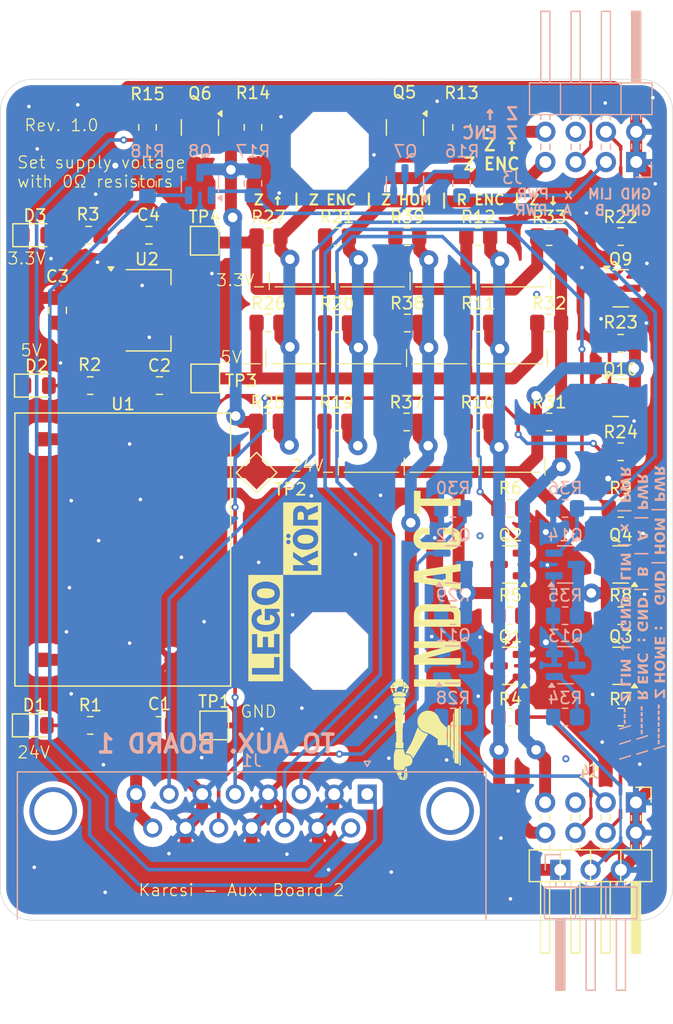
<source format=kicad_pcb>
(kicad_pcb (version 20240108) (generator "pcbnew") (generator_version "8.0")
  (title_block (title "Karcsi (INDACT Robot Arm) - Aux. Control Board 2") (date "2024-04-04") (rev "1.0") (company "LEGO Kör (legokor.hu)") (comment 1 "Designed by Panka Horváth, Gergely Halász, Máté Kovács") (comment 2 "Reviewed by Máté Kovács,"))
  (layers (0 "F.Cu" signal) (31 "B.Cu" signal) (34 "B.Paste" user) (35 "F.Paste" user) (36 "B.SilkS" user "B.Silkscreen") (37 "F.SilkS" user "F.Silkscreen") (38 "B.Mask" user) (39 "F.Mask" user) (44 "Edge.Cuts" user))
  (net 0 "")
  (net 1 "+24V")
  (net 2 "GND")
  (net 3 "+5V")
  (net 4 "+3V3")
  (net 5 "/LED24_A")
  (net 6 "/LED5_A")
  (net 7 "/LED33_A")
  (net 8 "/R_ENC_B")
  (net 9 "/Z_LIM_DN")
  (net 10 "/Z_ENC_B")
  (net 11 "/Z_LIM_UP")
  (net 12 "/Z_ENC_A")
  (net 13 "/R_ENC_A")
  (net 14 "/Z_HOME")
  (net 15 "/R_ENC_PWR")
  (net 16 "/R_ENC_A_IN")
  (net 17 "/R_ENC_B_IN")
  (net 18 "/Z_ENC_PWR")
  (net 19 "/Z_ENC_B_IN")
  (net 20 "/Z_ENC_A_IN")
  (net 21 "/Z_LIM_UP_IN")
  (net 22 "/Z_LIM_UP_PWR")
  (net 23 "/Z_LIM_DN_PWR")
  (net 24 "/Z_LIM_DN_IN")
  (net 25 "/Z_HOME_IN")
  (net 26 "/Z_HOME_PWR")
  (net 27 "/R_ENC_A_PG")
  (net 28 "/R_ENC_A_NG")
  (net 29 "/R_ENC_B_PG")
  (net 30 "/R_ENC_B_NG")
  (net 31 "/Z_ENC_A_NG")
  (net 32 "/Z_ENC_A_PG")
  (net 33 "/Z_ENC_B_NG")
  (net 34 "/Z_ENC_B_PG")
  (net 35 "/Z_LIM_UP_NG")
  (net 36 "/Z_LIM_UP_PG")
  (net 37 "/Z_LIM_DN_PG")
  (net 38 "/Z_LIM_DN_NG")
  (net 39 "/Z_HOME_PG")
  (net 40 "/Z_HOME_NG")
  (footprint "Package_TO_SOT_SMD:SOT-23" (layer "F.Cu") (at 152.1 86.6375)
    (property "Reference" "Q10")
    (property "Value" "BSS84KJ")
  )
  (footprint "LEGOkor:INDACTlogoSmall" (layer "F.Cu") (at 135.9 106.325 90)
    (property "Reference" "REF**" (hide yes))
    (property "Value" "INDACTlogo")
  )
  (footprint "Resistor_SMD:R_0805_2012Metric_Pad1.20x1.40mm_HandSolder" (layer "F.Cu") (at 146.1 80.35)
    (property "Reference" "R32")
    (property "Value" "0R")
  )
  (footprint "Connector_PinHeader_2.54mm:PinHeader_2x04_P2.54mm_Horizontal" (layer "F.Cu") (at 153.38 120.56 -90)
    (property "Reference" "J2")
    (property "Value" "Z_LIM_DN  |  R_ENC")
  )
  (footprint "Resistor_SMD:R_0805_2012Metric_Pad1.20x1.40mm_HandSolder" (layer "F.Cu") (at 142.837501 95.9)
    (property "Reference" "R6")
    (property "Value" "560R")
  )
  (footprint "Capacitor_SMD:C_0805_2012Metric_Pad1.18x1.45mm_HandSolder" (layer "F.Cu") (at 113.4 114.1)
    (property "Reference" "C1")
    (property "Value" "47u")
  )
  (footprint "Resistor_SMD:R_0805_2012Metric_Pad1.20x1.40mm_HandSolder" (layer "F.Cu") (at 107.6 114.1 180)
    (property "Reference" "R1")
    (property "Value" "2k2")
  )
  (footprint "Resistor_SMD:R_0805_2012Metric_Pad1.20x1.40mm_HandSolder" (layer "F.Cu") (at 142.837501 104.9)
    (property "Reference" "R5")
    (property "Value" "560R")
  )
  (footprint "Resistor_SMD:R_0805_2012Metric_Pad1.20x1.40mm_HandSolder" (layer "F.Cu") (at 138.75 63.95 90)
    (property "Reference" "R13")
    (property "Value" "4k7")
  )
  (footprint "Resistor_SMD:R_0805_2012Metric_Pad1.20x1.40mm_HandSolder" (layer "F.Cu") (at 107.6 85.6 180)
    (property "Reference" "R2")
    (property "Value" "330R")
  )
  (footprint "TestPoint:TestPoint_Pad_2.0x2.0mm" (layer "F.Cu") (at 118 114.1)
    (property "Reference" "TP1")
    (property "Value" "GND")
  )
  (footprint "Package_TO_SOT_SMD:SOT-23" (layer "F.Cu") (at 152.1 77.4375)
    (property "Reference" "Q9")
    (property "Value" "BSS138KJ")
  )
  (footprint "Resistor_SMD:R_0805_2012Metric_Pad1.20x1.40mm_HandSolder" (layer "F.Cu") (at 152.1 113.4)
    (property "Reference" "R7")
    (property "Value" "4k7")
  )
  (footprint "Package_TO_SOT_SMD:SOT-23" (layer "F.Cu") (at 142.837501 109.1 180)
    (property "Reference" "Q1")
    (property "Value" "BSS138KJ")
  )
  (footprint "Resistor_SMD:R_0805_2012Metric_Pad1.20x1.40mm_HandSolder" (layer "F.Cu") (at 146.1 88.65)
    (property "Reference" "R31")
    (property "Value" "0R")
  )
  (footprint "TestPoint:TestPoint_Pad_2.0x2.0mm" (layer "F.Cu") (at 117.25 85)
    (property "Reference" "TP3")
    (property "Value" "5V")
  )
  (footprint "LEGOkor:LEGOkorLogoSmall" (layer "F.Cu") (at 124.675 103.15 90)
    (property "Reference" "REF**" (hide yes))
    (property "Value" "LEGOkorLogo")
  )
  (footprint "Resistor_SMD:R_0805_2012Metric_Pad1.20x1.40mm_HandSolder" (layer "F.Cu") (at 134.2 73.10625)
    (property "Reference" "R39")
    (property "Value" "0R")
  )
  (footprint "Resistor_SMD:R_0805_2012Metric_Pad1.20x1.40mm_HandSolder" (layer "F.Cu") (at 122.5 88.65)
    (property "Reference" "R25")
    (property "Value" "0R")
  )
  (footprint "LED_SMD:LED_0805_2012Metric_Pad1.15x1.40mm_HandSolder" (layer "F.Cu") (at 103.1 85.6)
    (property "Reference" "D2")
    (property "Value" "LED_G")
  )
  (footprint "Package_TO_SOT_SMD:SOT-23" (layer "F.Cu") (at 134 63.95 -90)
    (property "Reference" "Q5")
    (property "Value" "BSS138KJ")
  )
  (footprint "TestPoint:TestPoint_Pad_2.0x2.0mm" (layer "F.Cu") (at 117.2 73.45)
    (property "Reference" "TP4")
    (property "Value" "3V3")
  )
  (footprint "Resistor_SMD:R_0805_2012Metric_Pad1.20x1.40mm_HandSolder" (layer "F.Cu") (at 128.25 88.65)
    (property "Reference" "R19")
    (property "Value" "0R")
  )
  (footprint "Package_TO_SOT_SMD:SOT-23" (layer "F.Cu") (at 152.1 109.1 180)
    (property "Reference" "Q3")
    (property "Value" "BSS138KJ")
  )
  (footprint "Resistor_SMD:R_0805_2012Metric_Pad1.20x1.40mm_HandSolder" (layer "F.Cu") (at 134.2 80.35)
    (property "Reference" "R38")
    (property "Value" "0R")
  )
  (footprint "Resistor_SMD:R_0805_2012Metric_Pad1.20x1.40mm_HandSolder" (layer "F.Cu") (at 142.837501 113.4)
    (property "Reference" "R4")
    (property "Value" "4k7")
  )
  (footprint "Resistor_SMD:R_0805_2012Metric_Pad1.20x1.40mm_HandSolder" (layer "F.Cu") (at 152.1 73.1 180)
    (property "Reference" "R22")
    (property "Value" "4k7")
  )
  (footprint "Capacitor_SMD:C_0805_2012Metric_Pad1.18x1.45mm_HandSolder" (layer "F.Cu") (at 104.8625 79.2875 90)
    (property "Reference" "C3")
    (property "Value" "47u")
  )
  (footprint "Resistor_SMD:R_0805_2012Metric_Pad1.20x1.40mm_HandSolder" (layer "F.Cu") (at 112.4 63.95 90)
    (property "Reference" "R15")
    (property "Value" "560R")
  )
  (footprint "Resistor_SMD:R_0805_2012Metric_Pad1.20x1.40mm_HandSolder" (layer "F.Cu") (at 152.1 95.9)
    (property "Reference" "R9")
    (property "Value" "560R")
  )
  (footprint "LED_SMD:LED_0805_2012Metric_Pad1.15x1.40mm_HandSolder" (layer "F.Cu") (at 102.9625 72.9875)
    (property "Reference" "D3")
    (property "Value" "LED_G")
  )
  (footprint "MountingHole:MountingHole_3mm" (layer "F.Cu") (at 127.65 107.85)
    (property "Reference" "REF**" (hide yes))
    (property "Value" "MountingHole_3mm")
  )
  (footprint "Capacitor_SMD:C_0805_2012Metric_Pad1.18x1.45mm_HandSolder" (layer "F.Cu") (at 112.525 72.9875 180)
    (property "Reference" "C4")
    (property "Value" "47u")
  )
  (footprint "power_modules:DSN-1504-3A" (layer "F.Cu") (at 110.325 99.35 90)
    (property "Reference" "U1")
    (property "Value" "DSN-1504-3A")
  )
  (footprint "Resistor_SMD:R_0805_2012Metric_Pad1.20x1.40mm_HandSolder" (layer "F.Cu") (at 152.1 91.15)
    (property "Reference" "R24")
    (property "Value" "560R")
  )
  (footprint "Resistor_SMD:R_0805_2012Metric_Pad1.20x1.40mm_HandSolder" (layer "F.Cu") (at 146.1 73.10625)
    (property "Reference" "R33")
    (property "Value" "0R")
  )
  (footprint "Package_TO_SOT_SMD:SOT-23" (layer "F.Cu") (at 116.8 63.95 -90)
    (property "Reference" "Q6")
    (property "Value" "BSS84KJ")
  )
  (footprint "Resistor_SMD:R_0805_2012Metric_Pad1.20x1.40mm_HandSolder" (layer "F.Cu") (at 122.55 80.35)
    (property "Reference" "R26")
    (property "Value" "0R")
  )
  (footprint "Package_TO_SOT_SMD:SOT-23" (layer "F.Cu") (at 152.1 100.6 180)
    (property "Reference" "Q4")
    (property "Value" "BSS84KJ")
  )
  (footprint "Resistor_SMD:R_0805_2012Metric_Pad1.20x1.40mm_HandSolder" (layer "F.Cu") (at 152.1 82.05 180)
    (property "Reference" "R23")
    (property "Value" "560R")
  )
  (footprint "Resistor_SMD:R_0805_2012Metric_Pad1.20x1.40mm_HandSolder" (layer "F.Cu") (at 140.1 88.65)
    (property "Reference" "R10")
    (property "Value" "0R")
  )
  (footprint "Resistor_SMD:R_0805_2012Metric_Pad1.20x1.40mm_HandSolder" (layer "F.Cu") (at 128.3 80.4)
    (property "Reference" "R20")
    (property "Value" "0R")
  )
  (footprint "Package_TO_SOT_SMD:SOT-223-3_TabPin2" (layer "F.Cu") (at 112.4625 79.2875)
    (property "Reference" "U2")
    (property "Value" "AMS1117-3.3")
  )
  (footprint "Capacitor_SMD:C_0805_2012Metric_Pad1.18x1.45mm_HandSolder" (layer "F.Cu") (at 113.4 85.6)
    (property "Reference" "C2")
    (property "Value" "47u")
  )
  (footprint "Resistor_SMD:R_0805_2012Metric_Pad1.20x1.40mm_HandSolder" (layer "F.Cu") (at 128.3 73.10625)
    (property "Reference" "R21")
    (property "Value" "0R")
  )
  (footprint "Resistor_SMD:R_0805_2012Metric_Pad1.20x1.40mm_HandSolder" (layer "F.Cu") (at 152.1 104.9)
    (property "Reference" "R8")
    (property "Value" "560R")
  )
  (footprint "Package_TO_SOT_SMD:SOT-23" (layer "F.Cu") (at 142.837501 100.6 180)
    (property "Reference" "Q2")
    (property "Value" "BSS84KJ")
  )
  (footprint "Resistor_SMD:R_0805_2012Metric_Pad1.20x1.40mm_HandSolder" (layer "F.Cu") (at 107.4625 72.9875 180)
    (property "Reference" "R3")
    (property "Value" "150R")
  )
  (footprint "Resistor_SMD:R_0805_2012Metric_Pad1.20x1.40mm_HandSolder" (layer "F.Cu") (at 121.25 63.95 90)
    (property "Reference" "R14")
    (property "Value" "560R")
  )
  (footprint "Resistor_SMD:R_0805_2012Metric_Pad1.20x1.40mm_HandSolder" (layer "F.Cu") (at 140.15 80.35)
    (property "Reference" "R11")
    (property "Value" "0R")
  )
  (footprint "TestPoint:TestPoint_Pad_2.0x2.0mm" (layer "F.Cu") (at 121.55 92.9 45)
    (property "Reference" "TP2")
    (property "Value" "24V")
  )
  (footprint "Resistor_SMD:R_0805_2012Metric_Pad1.20x1.40mm_HandSolder" (layer "F.Cu") (at 122.55 73.10625)
    (property "Reference" "R27")
    (property "Value" "0R")
  )
  (footprint "MountingHole:MountingHole_3mm" (layer "F.Cu") (at 127.7 65.95)
    (property "Reference" "REF**" (hide yes))
    (property "Value" "MountingHole_3mm")
  )
  (footprint "Resistor_SMD:R_0805_2012Metric_Pad1.20x1.40mm_HandSolder" (layer "F.Cu") (at 134.15 88.65)
    (property "Reference" "R37")
    (property "Value" "0R")
  )
  (footprint "Resistor_SMD:R_0805_2012Metric_Pad1.20x1.40mm_HandSolder" (layer "F.Cu") (at 140.15 73.10625)
    (property "Reference" "R12")
    (property "Value" "0R")
  )
  (footprint "LED_SMD:LED_0805_2012Metric_Pad1.15x1.40mm_HandSolder" (layer "F.Cu") (at 102.925 114.1)
    (property "Reference" "D1")
    (property "Value" "LED_G")
  )
  (footprint "Resistor_SMD:R_0805_2012Metric_Pad1.20x1.40mm_HandSolder" (layer "B.Cu") (at 147.437501 104.9 180)
    (property "Reference" "R35")
    (property "Value" "560R")
  )
  (footprint "Connector_PinHeader_2.54mm:PinHeader_1x03_P2.54mm_Horizontal" (layer "B.Cu") (at 147.04 126.21 -90)
    (property "Reference" "J4")
    (property "Value" "Z_HOME")
  )
  (footprint "Resistor_SMD:R_0805_2012Metric_Pad1.20x1.40mm_HandSolder" (layer "B.Cu") (at 138.037501 95.9 180)
    (property "Reference" "R30")
    (property "Value" "560R")
  )
  (footprint "Resistor_SMD:R_0805_2012Metric_Pad1.20x1.40mm_HandSolder" (layer "B.Cu") (at 138.75 68.65 -90)
    (property "Reference" "R16")
    (property "Value" "4k7")
  )
  (footprint "Resistor_SMD:R_0805_2012Metric_Pad1.20x1.40mm_HandSolder" (layer "B.Cu") (at 147.437501 95.9 180)
    (property "Reference" "R36")
    (property "Value" "560R")
  )
  (footprint "Package_TO_SOT_SMD:SOT-23" (layer "B.Cu") (at 116.8 68.7 90)
    (property "Reference" "Q8")
    (property "Value" "BSS84KJ")
  )
  (footprint "Resistor_SMD:R_0805_2012Metric_Pad1.20x1.40mm_HandSolder" (layer "B.Cu") (at 121.25 68.65 -90)
    (property "Reference" "R17")
    (property "Value" "560R")
  )
  (footprint "Connector_Dsub:DSUB-15_Male_Horizontal_P2.77x2.84mm_EdgePinOffset7.70mm_Housed_MountingHolesOffset9.12mm" (layer "B.Cu") (at 130.835 119.86 180)
    (property "Reference" "J1")
    (property "Value" "P10d")
  )
  (footprint "Resistor_SMD:R_0805_2012Metric_Pad1.20x1.40mm_HandSolder" (layer "B.Cu") (at 138.037501 113.4 180)
    (property "Reference" "R28")
    (property "Value" "4k7")
  )
  (footprint "Resistor_SMD:R_0805_2012Metric_Pad1.20x1.40mm_HandSolder" (layer "B.Cu") (at 138.037501 104.9 180)
    (property "Reference" "R29")
    (property "Value" "560R")
  )
  (footprint "Package_TO_SOT_SMD:SOT-23" (layer "B.Cu") (at 138.037501 100.6)
    (property "Reference" "Q12")
    (property "Value" "BSS84KJ")
  )
  (footprint "Resistor_SMD:R_0805_2012Metric_Pad1.20x1.40mm_HandSolder" (layer "B.Cu") (at 147.437501 113.4 180)
    (property "Reference" "R34")
    (property "Value" "4k7")
  )
  (footprint "Package_TO_SOT_SMD:SOT-23" (layer "B.Cu") (at 138.037501 109)
    (property "Reference" "Q11")
    (property "Value" "BSS138KJ")
  )
  (footprint "Resistor_SMD:R_0805_2012Metric_Pad1.20x1.40mm_HandSolder" (layer "B.Cu") (at 112.4 68.7 90)
    (property "Reference" "R18")
    (property "Value" "560R")
  )
  (footprint "Package_TO_SOT_SMD:SOT-23" (layer "B.Cu") (at 147.437501 100.6)
    (property "Reference" "Q14")
    (property "Value" "BSS84KJ")
  )
  (footprint "Package_TO_SOT_SMD:SOT-23" (layer "B.Cu") (at 134 68.7 90)
    (property "Reference" "Q7")
    (property "Value" "BSS138KJ")
  )
  (footprint "Connector_PinHeader_2.54mm:PinHeader_2x04_P2.54mm_Horizontal" (layer "B.Cu") (at 153.4 66.85 90)
    (property "Reference" "J3")
    (property "Value" "Z_ENC  |  Z_LIM_UP")
  )
  (footprint "Package_TO_SOT_SMD:SOT-23" (layer "B.Cu") (at 147.475001 109.05)
    (property "Reference" "Q13")
    (property "Value" "BSS138KJ")
  )
  (gr_arc (start 156.47259 127.72259) (mid 155.675162 129.647752) (end 153.75 130.44518) (stroke (width 0.05)) (layer "Edge.Cuts"))
  (gr_line (start 156.47259 127.72259) (end 156.47259 62.62259) (stroke (width 0.05)) (layer "Edge.Cuts"))
  (gr_line (start 100.05 62.625) (end 100.05 127.725) (stroke (width 0.05)) (layer "Edge.Cuts"))
  (gr_line (start 102.77259 130.44518) (end 153.75 130.44518) (stroke (width 0.05)) (layer "Edge.Cuts"))
  (gr_arc (start 100.05 62.62259) (mid 100.847428 60.697428) (end 102.77259 59.9) (stroke (width 0.05)) (layer "Edge.Cuts"))
  (gr_arc (start 153.75 59.9) (mid 155.675162 60.697428) (end 156.47259 62.62259) (stroke (width 0.05)) (layer "Edge.Cuts"))
  (gr_line (start 153.75 59.9) (end 102.775 59.9) (stroke (width 0.05)) (layer "Edge.Cuts"))
  (gr_arc (start 102.77259 130.44518) (mid 100.847428 129.647752) (end 100.05 127.72259) (stroke (width 0.05)) (layer "Edge.Cuts"))
  (gr_text "Z ↑\nZ ENC" (at 143.6 65 0) (layer "B.SilkS") (effects (font (size 1 1) (thickness 0.2) (bold yes)) (justify left bottom mirror)))
  (gr_text "  /------- Z HOME :    GND | HOM | PWR\n /  /----- R ENC  : GND |  B  |  A  | PWR\n/  /  /--- Z LIM ↓: GND | LIM |  x  | PWR" (at 151.95 117 270) (layer "B.SilkS") (effects (font (size 0.85 0.85) (thickness 0.17) (bold yes)) (justify left bottom mirror)))
  (gr_text "TO AUX. BOARD 1" (at 128.3 116.525 0) (layer "B.SilkS") (effects (font (size 1.5 1.5) (thickness 0.3) (bold yes)) (justify left bottom mirror)))
  (gr_text "GND LIM  x  PWR\nGND  B   A  PWR" (at 154.775 71.4 0) (layer "B.SilkS") (effects (font (size 0.85 0.85) (thickness 0.17) (bold yes)) (justify left bottom mirror)))
  (gr_text "Z ↑\nZ ENC" (at 143.725 67.6 0) (layer "F.SilkS") (effects (font (size 1 1) (thickness 0.2) (bold yes)) (justify right bottom)))
  (gr_text "Rev. 1.0" (at 102 64.35 0) (layer "F.SilkS") (effects (font (size 1 1) (thickness 0.1)) (justify left bottom)))
  (gr_text "3.3V_|______|_______|______|_______|" (at 118.075 77.35 0) (layer "F.SilkS") (effects (font (size 1 1) (thickness 0.1)) (justify left bottom)))
  (gr_text "24V_|______|_______|______|" (at 124.35 92.9 0) (layer "F.SilkS") (effects (font (size 1 1) (thickness 0.1)) (justify left bottom)))
  (gr_text "Set supply voltage\nwith 0Ω resistors" (at 101.4 69.075 0) (layer "F.SilkS") (effects (font (size 1 1) (thickness 0.1)) (justify left bottom)))
  (gr_text "Z ↑ | Z ENC | Z HOM | R ENC | Z ↓" (at 121.225 70.525 0) (layer "F.SilkS") (effects (font (size 0.85 0.85) (thickness 0.17) (bold yes)) (justify left bottom)))
  (gr_text "Karcsi - Aux. Board 2" (at 111.575 128.5 0) (layer "F.SilkS") (effects (font (size 1 1) (thickness 0.1)) (justify left bottom)))
  (gr_text "24V" (at 101.4 116.95 0) (layer "F.SilkS") (effects (font (size 1 1) (thickness 0.1)) (justify left bottom)))
  (gr_text "5V" (at 101.675 83.225 0) (layer "F.SilkS") (effects (font (size 1 1) (thickness 0.1)) (justify left bottom)))
  (gr_text "GND" (at 120.125 113.525 0) (layer "F.SilkS") (effects (font (size 1 1) (thickness 0.1)) (justify left bottom)))
  (gr_text "3.3V" (at 100.575 75.525 0) (layer "F.SilkS") (effects (font (size 1 1) (thickness 0.1)) (justify left bottom)))
  (gr_text "5V__|______|_______|______|_______|" (at 118.45 83.8 0) (layer "F.SilkS") (effects (font (size 1 1) (thickness 0.1)) (justify left bottom)))
  (via (at 147.5 116.9) (size 0.6) (drill 0.3) (layers "F.Cu" "B.Cu") (net 0))
  (via (at 145.05 77.95) (size 0.6) (drill 0.3) (layers "F.Cu" "B.Cu") (net 0))
  (segment (start 143.786459 92.85) (end 145.1 91.536459) (width 1) (layer "F.Cu") (net 1))
  (segment (start 112.3625 114.1) (end 112.3625 112.46) (width 1) (layer "F.Cu") (net 1))
  (segment (start 145 86.45) (end 145 88.55) (width 1) (layer "F.Cu") (net 1))
  (segment (start 106.24 108.6) (end 103.7 108.6) (width 1) (layer "F.Cu") (net 1))
  (segment (start 111.445 119.86) (end 111.4 119.815) (width 1) (layer "F.Cu") (net 1))
  (segment (start 111.445 115.0175) (end 112.3625 114.1) (width 1) (layer "F.Cu") (net 1))
  (segment (start 112.83 122.7) (end 111.445 121.315) (width 1) (layer "F.Cu") (net 1))
  (segment (start 153.3 84.15) (end 153.25 84.15) (width 1) (layer "F.Cu") (net 1))
  (segment (start 133.15 92.85) (end 139.1 92.85) (width 1) (layer "F.Cu") (net 1))
  (segment (start 121.012499 65.187501) (end 121.25 64.95) (width 1) (layer "F.Cu") (net 1))
  (segment (start 141.737501 103) (end 141.737501 104.8) (width 1) (layer "F.Cu") (net 1))
  (segment (start 119.4 65.337501) (end 119.55 65.187501) (width 1) (layer "F.Cu") (net 1))
  (segment (start 121.5 88.6) (end 121.5 92.85) (width 1) (layer "F.Cu") (net 1))
  (segment (start 119.55 71.5) (end 119.4 71.35) (width 1) (layer "F.Cu") (net 1))
  (segment (start 138.5 93.45) (end 138.5 102.362499) (width 1) (layer "F.Cu") (net 1))
  (segment (start 153.3 86.375) (end 153.3 84.15) (width 1) (layer "F.Cu") (net 1))
  (segment (start 111.445 119.86) (end 111.445 115.0175) (width 1) (layer "F.Cu") (net 1))
  (segment (start 149.637501 103) (end 150.937501 103) (width 1) (layer "F.Cu") (net 1))
  (segment (start 150.937501 104.8) (end 150.937501 103) (width 1) (layer "F.Cu") (net 1))
  (segment (start 139.1 92.85) (end 142.763599 92.85) (width 1) (layer "F.Cu") (net 1))
  (segment (start 153.3 84.15) (end 153.3 82.25) (width 1) (layer "F.Cu") (net 1))
  (segment (start 151.037501 104.9) (end 150.937501 104.8) (width 1) (layer "F.Cu") (net 1))
  (segment (start 139.1 88.65) (end 139.1 92.85) (width 1) (layer "F.Cu") (net 1))
  (segment (start 141.737501 104.8) (end 141.837501 104.9) (width 1) (layer "F.Cu") (net 1))
  (segment (start 143.786459 92.85) (end 150.937501 100.001042) (width 1) (layer "F.Cu") (net 1))
  (segment (start 139.137501 103) (end 141.737501 103) (width 1) (layer "F.Cu") (net 1))
  (segment (start 121.5 88.65) (end 120.3 88.65) (width 1) (layer "F.Cu") (net 1))
  (segment (start 119.55 65.187501) (end 121.012499 65.187501) (width 1) (layer "F.Cu") (net 1))
  (segment (start 108.5025 102.6975) (end 118.35 92.85) (width 1) (layer "F.Cu") (net 1))
  (segment (start 118.35 92.85) (end 121.5 92.85) (width 1) (layer "F.Cu") (net 1))
  (segment (start 110.5275 114.1) (end 108.6 114.1) (width 1) (layer "F.Cu") (net 1))
  (segment (start 145 88.55) (end 145.1 88.65) (width 1) (layer "F.Cu") (net 1))
  (segment (start 133.15 88.65) (end 133.15 92.85) (width 1) (layer "F.Cu") (net 1))
  (segment (start 127.25 92.85) (end 133.15 92.85) (width 1) (layer "F.Cu") (net 1))
  (segment (start 108.5025 108.6) (end 106.24 108.6) (width 1) (layer "F.Cu") (net 1))
  (segment (start 141.737501 100.762499) (end 141.737501 103) (width 1) (layer "F.Cu") (net 1))
  (segment (start 121.5 92.85) (end 127.25 92.85) (width 1) (layer "F.Cu") (net 1))
  (segment (start 120.3 88.65) (end 119.8 88.15) (width 1) (layer "F.Cu") (net 1))
  (segment (start 117.1 65.187501) (end 119.55 65.187501) (width 1) (layer "F.Cu") (net 1))
  (segment (start 111.445 115.0175) (end 110.5275 114.1) (width 1) (layer "F.Cu") (net 1))
  (segment (start 139.1 92.85) (end 138.5 93.45) (width 1) (layer "F.Cu") (net 1))
  (segment (start 108.5025 108.6) (end 108.5025 102.6975) (width 1) (layer "F.Cu") (net 1))
  (segment (start 119.4 71.35) (end 119.4 65.337501) (width 1) (layer "F.Cu") (net 1))
  (segment (start 138.5 102.362499) (end 139.137501 103) (width 1) (layer "F.Cu") (net 1))
  (segment (start 111.445 121.315) (end 111.445 119.86) (width 1) (layer "F.Cu") (net 1))
  (segment (start 142.763599 92.85) (end 143.786459 92.85) (width 1) (layer "F.Cu") (net 1))
  (segment (start 145.1 91.536459) (end 145.1 88.65) (width 1) (layer "F.Cu") (net 1))
  (segment (start 112.3625 112.46) (end 108.5025 108.6) (width 1) (layer "F.Cu") (net 1))
  (segment (start 150.937501 100.001042) (end 150.937501 103) (width 1) (layer "F.Cu") (net 1))
  (segment (start 153.3 82.25) (end 153.1 82.05) (width 1) (layer "F.Cu") (net 1))
  (segment (start 127.25 88.65) (end 127.25 92.85) (width 1) (layer "F.Cu") (net 1))
  (via (at 145 86.45) (size 1.6) (drill 0.8) (layers "F.Cu" "B.Cu") (net 1))
  (via (at 119.55 71.5) (size 1.6) (drill 0.8) (layers "F.Cu" "B.Cu") (net 1))
  (via (at 139.137501 103) (size 1.6) (drill 0.8) (layers "F.Cu" "B.Cu") (net 1))
  (via (at 119.4 67.5) (size 1.6) (drill 0.8) (layers "F.Cu" "B.Cu") (net 1))
  (via (at 149.637501 103) (size 1.6) (drill 0.8) (layers "F.Cu" "B.Cu") (net 1))
  (via (at 153.25 84.15) (size 1.6) (drill 0.8) (layers "F.Cu" "B.Cu") (net 1))
  (via (at 119.8 88.15) (size 1.6) (drill 0.8) (layers "F.Cu" "B.Cu") (net 1))
  (segment (start 119.8 81.25) (end 119.8 71.75) (width 1) (layer "B.Cu") (net 1))
  (segment (start 117.099999 67.4625) (end 121.0625 67.4625) (width 1) (layer "B.Cu") (net 1))
  (segment (start 148.437501 104.9) (end 148.537501 104.8) (width 1) (layer "B.Cu") (net 1))
  (segment (start 139.137501 103) (end 139.137501 101) (width 1) (layer "B.Cu") (net 1))
  (segment (start 148.537501 103) (end 148.537501 100.762499) (width 1) (layer "B.Cu") (net 1))
  (segment (start 148.537501 104.8) (end 148.537501 103) (width 1) (layer "B.Cu") (net 1))
  (segment (start 148.537501 103) (end 149.637501 103) (width 1) (layer "B.Cu") (net 1))
  (segment (start 147.3 84.15) (end 145 86.45) (width 1) (layer "B.Cu") (net 1))
  (segment (start 119.8 88.15) (end 119.8 81.25) (width 1) (layer "B.Cu") (net 1))
  (segment (start 139.137501 104.8) (end 139.137501 103) (width 1) (layer "B.Cu") (net 1))
  (segment (start 153.25 84.15) (end 147.3 84.15) (width 1) (layer "B.Cu") (net 1))
  (segment (start 139.137501 100.762499) (end 138.975002 100.6) (width 0.5) (layer "B.Cu") (net 1))
  (segment (start 139.137501 101) (end 139.137501 100.762499) (width 0.5) (layer "B.Cu") (net 1))
  (segment (start 121.0625 67.4625) (end 121.25 67.65) (width 1) (layer "B.Cu") (net 1))
  (segment (start 119.8 71.75) (end 119.55 71.5) (width 1) (layer "B.Cu") (net 1))
  (segment (start 139.037501 104.9) (end 139.137501 104.8) (width 1) (layer "B.Cu") (net 1))
  (segment (start 126.68 122.7) (end 128 121.38) (width 1) (layer "F.Cu") (net 2))
  (segment (start 152.19 126.21) (end 153.38 125.02) (width 1) (layer "F.Cu") (net 2))
  (segment (start 114.4375 85.6) (end 114.4375 90.0725) (width 1) (layer "F.Cu") (net 2))
  (segment (start 101.9625 78.2875) (end 101.9625 73.0125) (width 0.5) (layer "F.Cu") (net 2))
  (segment (start 113.75 125.3) (end 111.2 125.3) (width 1) (layer "F.Cu") (net 2))
  (segment (start 101.9 116) (end 101.9 114.1) (width 1) (layer "F.Cu") (net 2))
  (segment (start 153.1 91.15) (end 155.35 91.15) (width 0.5) (layer "F.Cu") (net 2))
  (segment (start 101.2 92.8) (end 101.2 86.475) (width 1) (layer "F.Cu") (net 2))
  (segment (start 153.4 66.85) (end 153.4 64.31) (width 1) (layer "F.Cu") (net 2))
  (segment (start 151.1625 78.3875) (end 151.6875 78.3875) (width 0.5) (layer "F.Cu") (net 2))
  (segment (start 155.35 93.4) (end 155.35 91.15) (width 1) (layer "F.Cu") (net 2))
  (segment (start 126.68 125.28) (end 126.7 125.3) (width 1) (layer "F.Cu") (net 2))
  (segment (start 110.75 60.55) (end 119.6 60.55) (width 1) (layer "F.Cu") (net 2))
  (segment (start 121.2 125.3) (end 123.7 125.3) (width 1) (layer "F.Cu") (net 2))
  (segment (start 102.075 85.45) (end 102 85.375) (width 0.5) (layer "F.Cu") (net 2))
  (segment (start 130.5 60.55) (end 132.1 60.55) (width 1) (layer "F.Cu") (net 2))
  (segment (start 116.985 119.86) (end 116.985 121.315) (width 1) (layer "F.Cu") (net 2))
  (segment (start 101.2 113.4) (end 101.2 92.8) (width 1) (layer "F.Cu") (net 2))
  (segment (start 153.38 120.56) (end 153.44 120.56) (width 1) (layer "F.Cu") (net 2))
  (segment (start 116.985 121.315) (end 115.6 122.7) (width 1) (layer "F.Cu") (net 2))
  (segment (start 155.35 79.4) (end 155.35 68.8) (width 1) (layer "F.Cu") (net 2))
  (segment (start 114.65 125.3) (end 114.2 124.85) (width 1) (layer "F.Cu") (net 2))
  (segment (start 104.8625 78.25) (end 106.125 76.9875) (width 1) (layer "F.Cu") (net 2))
  (segment (start 102.075 85.6) (end 101.9375 85.4625) (width 1) (layer "F.Cu") (net 2))
  (segment (start 114.4375 90.0725) (end 114.41 90.1) (width 1) (layer "F.Cu") (net 2))
  (segment (start 101.9 114.1) (end 101.2 113.4) (width 1) (layer "F.Cu") (net 2))
  (segment (start 155.35 91.15) (end 155.35 79.4) (width 1) (layer "F.Cu") (net 2))
  (segment (start 115.6 125.2) (end 115.7 125.3) (width 1) (layer "F.Cu") (net 2))
  (segment (start 106.125 76.9875) (end 109.3125 76.9875) (width 1) (layer "F.Cu") (net 2))
  (segment (start 114.2 124.85) (end 113.75 125.3) (width 1) (layer "F.Cu") (net 2))
  (segment (start 126.68 122.7) (end 126.68 125.28) (width 1) (layer "F.Cu") (net 2))
  (segment (start 155.35 95.8) (end 155.35 93.4) (width 1) (layer "F.Cu") (net 2))
  (segment (start 153.4 62.45) (end 153.4 64.31) (width 1) (layer "F.Cu") (net 2))
  (segment (start 108.4 119.4) (end 106.2 117.2) (width 1) (layer "F.Cu") (net 2))
  (segment (start 106.2 117.2) (end 103.1 117.2) (width 1) (layer "F.Cu") (net 2))
  (segment (start 106.925 64.375) (end 110.75 60.55) (width 1) (layer "F.Cu") (net 2))
  (segment (start 153.44 120.56) (end 155.35 118.65) (width 1) (layer "F.Cu") (net 2))
  (segment (start 146.25 98.312499) (end 143.837501 95.9) (width 0.5) (layer "F.Cu") (net 2))
  (segment (start 122.525 119.86) (end 122.525 121.315) (width 1) (layer "F.Cu") (net 2))
  (segment (start 101.9375 85.4625) (end 101.9375 72.9875) (width 1) (layer "F.Cu") (net 2))
  (segment (start 114.41 108.6) (end 116.95 108.6) (width 1) (layer "F.Cu") (net 2))
  (segment (start 102.5 78.25) (end 102.4625 78.2875) (width 1) (layer "F.Cu") (net 2))
  (segment (start 114.4375 114.1) (end 114.4375 111.235) (width 1) (layer "F.Cu") (net 2))
  (segment (start 153.38 123.1) (end 153.38 120.56) (width 1) (layer "F.Cu") (net 2))
  (segment (start 151.05 93.4) (end 155.35 93.4) (width 0.5) (layer "F.Cu") (net 2))
  (segment (start 104.8625 78.25) (end 102.5 78.25) (width 1) (layer "F.Cu") (net 2))
  (segment (start 112.4 62.95) (end 112.4 60.65) (width 0.5) (layer "F.Cu") (net 2))
  (segment (start 146.25 100.35) (end 146.25 98.312499) (width 0.5) (layer "F.Cu") (net 2))
  (segment (start 126.7 125.3) (end 127.6 126.2) (width 1) (layer "F.Cu") (net 2))
  (segment (start 114.4375 114.1) (end 114.4375 117.3125) (width 1) (layer "F.Cu") (net 2))
  (segment (start 115.7 125.3) (end 114.65 125.3) (width 1) (layer "F.Cu") (net 2))
  (segment (start 153.1 95.9) (end 153.2 95.8) (width 0.5) (layer "F.Cu") (net 2))
  (segment (start 102.4625 78.2875) (end 101.9625 78.2875) (width 0.5) (layer "F.Cu") (net 2))
  (segment (start 114.41 90.1) (end 116.95 90.1) (width 1) (layer "F.Cu") (net 2))
  (segment (start 108.4 122.5) (end 108.4 119.4) (width 1) (layer "F.Cu") (net 2))
  (segment (start 114.4375 114.1) (end 118 114.1) (width 1) (layer "F.Cu") (net 2))
  (segment (start 144.8 108.15) (end 143.775001 108.15) (width 0.5) (layer "F.Cu") (net 2))
  (segment (start 132.1 60.55) (end 151.5 60.55) (width 1) (layer "F.Cu") (net 2))
  (segment (start 143.1 128.9) (end 149.429999 128.9) (width 1) (layer "F.Cu") (net 2))
  (segment (start 111.2 125.3) (end 108.4 122.5) (width 1) (layer "F.Cu") (net 2))
  (segment (start 111.4875 74.8125) (end 111.4875 72.9875) (width 1) (layer "F.Cu") (net 2))
  (segment (start 111.71 92.8) (end 101.2 92.8) (width 1) (layer "F.Cu") (net 2))
  (segment (start 130.3 128.9) (end 142.6 128.9) (width 1) (layer "F.Cu") (net 2))
  (segment (start 128 119.925) (end 128.065 119.86) (width 1) (layer "F.Cu") (net 2))
  (segment (start 119.6 60.55) (end 130.5 60.55) (width 1) (layer "F.Cu") (net 2))
  (segment (start 155.35 68.8) (end 153.4 66.85) (width 1) (layer "F.Cu") (net 2))
  (segment (start 146.25 106.7) (end 146.25 100.95) (width 0.5) (layer "F.Cu") (net 2))
  (segment (start 124.1 124.9) (end 124.5 125.3) (width 1) (layer "F.Cu") (net 2))
  (segment (start 155.35 108.15) (end 155.35 95.8) (width 1) (layer "F.Cu") (net 2))
  (segment (start 127.6 126.2) (end 130.3 128.9) (width 1) (layer "F.Cu") (net 2))
  (segment (start 123.7 125.3) (end 124.1 124.9) (width 1) (layer "F.Cu") (net 2))
  (segment (start 101.9375 72.9875) (end 101.9375 69.3625) (width 1) (layer "F.Cu") (net 2))
  (segment (start 115.6 122.7) (end 115.6 125.2) (width 1) (layer "F.Cu") (net 2))
  (segment (start 101.9375 69.3625) (end 106.925 64.375) (width 1) (layer "F.Cu") (net 2))
  (segment (start 152.7 79.4) (end 155.35 79.4) (width 0.5) (layer "F.Cu") (net 2))
  (segment (start 153.38 125.02) (end 153.38 123.1) (width 1) (layer "F.Cu") (net 2))
  (segment (start 124.5 125.3) (end 126.7 125.3) (width 1) (layer "F.Cu") (net 2))
  (segment (start 153.2 95.8) (end 155.35 95.8) (width 0.5) (layer "F.Cu") (net 2))
  (segment (start 121.14 125.24) (end 121.2 125.3) (width 1) (layer "F.Cu") (net 2))
  (segment (start 122.525 121.315) (end 121.14 122.7) (width 1) (layer "F.Cu") (net 2))
  (segment (start 114.41 90.1) (end 111.71 92.8) (width 1) (layer "F.Cu") (net 2))
  (segment (start 145.95 100.65) (end 146.25 100.35) (width 0.5) (layer "F.Cu") (net 2))
  (segment (start 146.25 100.95) (end 145.95 100.65) (width 0.5) (layer "F.Cu") (net 2))
  (segment (start 145.825 107.125) (end 144.8 108.15) (width 0.5) (layer "F.Cu") (net 2))
  (segment (start 128 121.38) (end 128 119.925) (width 1) (layer "F.Cu") (net 2))
  (segment (start 114.41 111.2075) (end 114.41 108.6) (width 1) (layer "F.Cu") (net 2))
  (segment (start 109.3125 76.9875) (end 111.4875 74.8125) (width 1) (layer "F.Cu") (net 2))
  (segment (start 103.1 117.2) (end 101.9 116) (width 1) (layer "F.Cu") (net 2))
  (segment (start 114.4375 117.3125) (end 116.985 119.86) (width 1) (layer "F.Cu") (net 2))
  (segment (start 145.825 107.125) (end 146.25 106.7) (width 0.5) (layer "F.Cu") (net 2))
  (segment (start 153.0375 108.15) (end 155.35 108.15) (width 0.5) (layer "F.Cu") (net 2))
  (segment (start 121.2 125.3) (end 115.7 125.3) (width 1) (layer "F.Cu") (net 2))
  (segment (start 121.14 122.7) (end 121.14 125.24) (width 1) (layer "F.Cu") (net 2))
  (segment (start 114.4375 111.235) (end 114.41 111.2075) (width 1) (layer "F.Cu") (net 2))
  (segment (start 142.85 128.65) (end 143.1 128.9) (width 1) (layer "F.Cu") (net 2))
  (segment (start 101.9625 73.0125) (end 101.9375 72.9875) (width 0.5) (layer "F.Cu") (net 2))
  (segment (start 151.5 60.55) (end 153.4 62.45) (width 1) (layer "F.Cu") (net 2))
  (segment (start 149.429999 128.9) (end 152.119999 126.21) (width 1) (layer "F.Cu") (net 2))
  (segment (start 155.35 118.65) (end 155.35 108.15) (width 1) (layer "F.Cu") (net 2))
  (segment (start 109.7 67.15) (end 106.925 64.375) (width 0.5) (layer "F.Cu") (net 2))
  (segment (start 142.6 128.9) (end 142.85 128.65) (width 1) (layer "F.Cu") (net 2))
  (segment (start 152.119999 126.21) (end 152.19 126.21) (width 0.5) (layer "F.Cu") (net 2))
  (segment (start 151.6875 78.3875) (end 152.7 79.4) (width 0.5) (layer "F.Cu") (net 2))
  (segment (start 102.075 85.6) (end 102.075 85.45) (width 0.5) (layer "F.Cu") (net 2))
  (segment (start 101.2 86.475) (end 102.075 85.6) (width 1) (layer "F.Cu") (net 2))
  (via (at 104.3 74.95) (size 0.6) (drill 0.3) (layers "F.Cu" "B.Cu") (net 2))
  (via (at 105.6 106.25) (size 0.6) (drill 0.3) (layers "F.Cu" "B.Cu") (net 2))
  (via (at 131.55 113.4) (size 0.6) (drill 0.3) (layers "F.Cu" "B.Cu") (net 2))
  (via (at 149.225 71.125) (size 0.6) (drill 0.3) (layers "F.Cu" "B.Cu") (net 2))
  (via (at 145.95 100.65) (size 0.6) (drill 0.3) (layers "F.Cu" "B.Cu") (net 2))
  (via (at 149.75 111.5) (size 0.6) (drill 0.3) (layers "F.Cu" "B.Cu") (net 2))
  (via (at 143.5 119.6) (size 0.6) (drill 0.3) (layers "F.Cu" "B.Cu") (net 2))
  (via (at 150.45 80) (size 0.6) (drill 0.3) (layers "F.Cu" "B.Cu") (net 2))
  (via (at 148.85 75.7) (size 0.6) (drill 0.3) (layers "F.Cu" "B.Cu") (net 2))
  (via (at 140.3 98.2) (size 0.6) (drill 0.3) (layers "F.Cu" "B.Cu") (net 2))
  (via (at 105.1 83.7) (size 0.6) (drill 0.3) (layers "F.Cu" "B.Cu") (net 2))
  (via (at 153.975 98) (size 0.6) (drill 0.3) (layers "F.Cu" "B.Cu") (net 2))
  (via (at 140.95 64.15) (size 0.6) (drill 0.3) (layers "F.Cu" "B.Cu") (net 2))
  (via (at 132.85 126.4) (size 0.6) (drill 0.3) (layers "F.Cu" "B.Cu") (net 2))
  (via (at 109.7 67.15) (size 1) (drill 0.5) (layers "F.Cu" "B.Cu") (net 2))
  (via (at 140.3 106.7) (size 0.6) (drill 0.3) (layers "F.Cu" "B.Cu") (net 2))
  (via (at 108.85 128.1) (size 0.6) (drill 0.3) (layers "F.Cu" "B.Cu") (net 2))
  (via (at 153.7 117.35) (size 0.6) (drill 0.3) (layers "F.Cu" "B.Cu") (net 2))
  (via (at 106 111.45) (size 0.6) (drill 0.3) (layers "F.Cu" "B.Cu") (net 2))
  (via (at 112.55 81.55) (size 0.6) (drill 0.3) (layers "F.Cu" "B.Cu") (net 2))
  (via (at 140.15 111.65) (size 0.6) (drill 0.3) (layers "F.Cu" "B.Cu") (net 2))
  (via (at 117.8 76.2) (size 0.6) (drill 0.3) (layers "F.Cu" "B.Cu") (net 2))
  (via (at 115.25 100) (size 0.6) (drill 0.3) (layers "F.Cu" "B.Cu") (net 2))
  (via (at 110.9 90.5) (size 0.6) (drill 0.3) (layers "F.Cu" "B.Cu") (net 2))
  (via (at 124.1 124.9) (size 0.6) (drill 0.3) (layers "F.Cu" "B.Cu") (net 2))
  (via (at 111.8 95.15) (size 0.6) (drill 0.3) (layers "F.Cu" "B.Cu") (net 2))
  (via (at 123.6 63.05) (size 0.6) (drill 0.3) (layers "F.Cu" "B.Cu") (net 2))
  (via (at 108.2 75.25) (size 0.6) (drill 0.3) (layers "F.Cu" "B.Cu") (net 2))
  (via (at 129.85 99.75) (size 0.6) (drill 0.3) (layers "F.Cu" "B.Cu") (net 2))
  (via (at 136.5 98.375) (size 0.6) (drill 0.3) (layers "F.Cu" "B.Cu") (net 2))
  (via (at 151.05 93.4) (size 1) (drill 0.5) (layers "F.Cu" "B.Cu") (net 2))
  (via (at 131.4 66.25) (size 0.6) (drill 0.3) (layers "F.Cu" "B.Cu") (net 2))
  (via (at 116.95 116.8) (size 0.6) (drill 0.3) (layers "F.Cu" "B.Cu") (net 2))
  (via (at 114.2 124.85) (size 0.6) (drill 0.3) (layers "F.Cu" "B.Cu") (net 2))
  (via (at 150.55 115.5) (size 0.6) (drill 0.3) (layers "F.Cu" "B.Cu") (net 2))
  (via (at 142.85 128.65) (size 0.6) (drill 0.3) (layers "F.Cu" "B.Cu") (net 2))
  (via (at 108.7 117.4) (size 0.6) (drill 0.3) (layers "F.Cu" "B.Cu") (net 2))
  (via (at 145.825 107.125) (size 1) (drill 0.5) (layers "F.Cu" "B.Cu") (net 2))
  (via (at 150.8 61.9) (size 0.6) (drill 0.3) (layers "F.Cu" "B.Cu") (net 2))
  (via (at 154.8 61.45) (size 0.6) (drill 0.3) (layers "F.Cu" "B.Cu") (net 2))
  (via (at 155 68.675) (size 0.6) (drill 0.3) (layers "F.Cu" "B.Cu") (net 2))
  (via (at 136.25 106.65) (size 0.6) (drill 0.3) (layers "F.Cu" "B.Cu") (net 2))
  (via (at 132.65 116.85) (size 0.6) (drill 0.3) (layers "F.Cu" "B.Cu") (net 2))
  (via (at 142.05 123.55) (size 0.6) (drill 0.3) (layers "F.Cu" "B.Cu") (net 2))
  (via (at 153.225 88.575) (size 0.6) (drill 0.3) (layers "F.Cu" "B.Cu") (net 2))
  (via (at 154.1 103.1) (size 0.6) (drill 0.3) (layers "F.Cu" "B.Cu") (net 2))
  (via (at 106.55 62.05) (size 0.6) (drill 0.3) (layers "F.Cu" "B.Cu") (net 2))
  (via (at 136.7 61.75) (size 0.6) (drill 0.3) (layers "F.Cu" "B.Cu") (net 2))
  (via (at 121.725 100.425) (size 0.6) (drill 0.3) (layers "F.Cu" "B.Cu") (net 2))
  (via (at 102.9 126) (size 0.6) (drill 0.3) (layers "F.Cu" "B.Cu") (net 2))
  (via (at 126.15 94.85) (size 0.6) (drill 0.3) (layers "F.Cu" "B.Cu") (net 2))
  (via (at 131.95 94.8) (size 0.6) (drill 0.3) (layers "F.Cu" "B.Cu") (net 2))
  (via (at 108.3 98.6) (size 0.6) (drill 0.3) (layers "F.Cu" "B.Cu") (net 2))
  (via (at 125.35 112.65) (size 0.6) (drill 0.3) (layers "F.Cu" "B.Cu") (net 2))
  (via (at 108.05 69.55) (size 0.6) (drill 0.3) (layers "F.Cu" "B.Cu") (net 2))
  (via (at 103.15 65.75) (size 0.6) (drill 0.3) (layers "F.Cu" "B.Cu") (net 2))
  (via (at 124.575 104.825) (size 0.6) (drill 0.3) (layers "F.Cu" "B.Cu") (net 2))
  (via (at 145.818751 97.881249) (size 1) (drill 0.5) (layers "F.Cu" "B.Cu") (net 2))
  (via (at 110.9 107.2) (size 0.6) (drill 0.3) (layers "F.Cu" "B.Cu") (net 2))
  (via (at 122 114.4) (size 0.6) (drill 0.3) (layers "F.Cu" "B.Cu") (net 2))
  (via (at 105.85 102.55) (size 0.6) (drill 0.3) (layers "F.Cu" "B.Cu") (net 2))
  (via (at 106 95.25) (size 0.6) (drill 0.3) (layers "F.Cu" "B.Cu") (net 2))
  (via (at 102.45 62.2) (size 0.6) (drill 0.3) (layers "F.Cu" "B.Cu") (net 2))
  (via (at 154.3 75.35) (size 0.6) (drill 0.3) (layers "F.Cu" "B.Cu") (net 2))
  (via (at 127.6 126.2) (size 0.6) (drill 0.3) (layers "F.Cu" "B.Cu") (net 2))
  (via (at 154.25 80.35) (size 0.6) (drill 0.3) (layers "F.Cu" "B.Cu") (net 2))
  (via (at 123.45 69.45) (size 0.6) (drill 0.3) (layers "F.Cu" "B.Cu") (net 2))
  (via (at 117.15 105.4) (size 0.6) (drill 0.3) (layers "F.Cu" "B.Cu") (net 2))
  (via (at 137.5 117) (size 0.6) (drill 0.3) (layers "F.Cu" "B.Cu") (net 2))
  (via (at 111.95 77.2) (size 0.6) (drill 0.3) (layers "F.Cu" "B.Cu") (net 2))
  (segment (start 114.6 65.5) (end 122 65.5) (width 0.5) (layer "B.Cu") (net 2))
  (segment (start 146.537501 107.837501) (end 145.825 107.125) (width 0.5) (layer "B.Cu") (net 2))
  (segment (start 146.437501 97.262499) (end 146.437501 95.9) (width 0.5) (layer "B.Cu") (net 2))
  (segment (start 145.818751 97.881249) (end 146.437501 97.262499) (width 0.5) (layer "B.Cu") (net 2))
  (segment (start 146.55 108.1) (end 146.6 108.05) (width 0.5) (layer "B.Cu") (net 2))
  (segment (start 110.25 67.7) (end 112.4 67.7) (width 0.5) (layer "B.Cu") (net 2))
  (segment (start 146.537501 108.1) (end 146.537501 107.837501) (width 0.5) (layer "B.Cu") (net 2))
  (segment (start 109.7 67.15) (end 110.25 67.7) (width 0.5) (layer "B.Cu") (net 2))
  (segment (start 151.05 93.4) (end 148.937501 93.4) (width 0.5) (layer "B.Cu") (net 2))
  (segment (start 112.4 67.7) (end 114.6 65.5) (width 0.5) (layer "B.Cu") (net 2))
  (segment (start 132.9875 69.7) (end 133.05 69.6375) (width 0.5) (layer "B.Cu") (net 2))
  (segment (start 126.2 69.7) (end 132.9875 69.7) (width 0.5) (layer "B.Cu") (net 2))
  (segment (start 148.937501 93.4) (end 146.437501 95.9) (width 0.5) (layer "B.Cu") (net 2))
  (segment (start 122 65.5) (end 126.2 69.7) (width 0.5) (layer "B.Cu") (net 2))
  (segment (start 139.15 85) (end 139.15 80.35) (width 1) (layer "F.Cu") (net 3))
  (segment (start 106.125 81.5875) (end 104.8625 80.325) (width 1) (layer "F.Cu") (net 3))
  (segment (start 112.3625 84.6375) (end 109.3125 81.5875) (width 1) (layer "F.Cu") (net 3))
  (segment (start 113.425 83.575) (end 115.775 83.575) (width 1) (layer "F.Cu") (net 3))
  (segment (start 103.7 90.1) (end 106.24 90.1) (width 1) (layer "F.Cu") (net 3))
  (segment (start 133.2 84.95) (end 133.25 85) (width 1) (layer "F.Cu") (net 3))
  (segment (start 110.48125 87.48125) (end 112.3625 85.6) (width 1) (layer "F.Cu") (net 3))
  (segment (start 121.55 80.35) (end 121.55 84.95) (width 1) (layer "F.Cu") (net 3))
  (segment (start 121.6 85) (end 139.15 85) (width 1) (layer "F.Cu") (net 3))
  (segment (start 127.3 80.35) (end 127.3 84.95) (width 1) (layer "F.Cu") (net 3))
  (segment (start 109.3125 81.5875) (end 106.125 81.5875) (width 1) (layer "F.Cu") (net 3))
  (segment (start 145.1 83) (end 143.1 85) (width 1) (layer "F.Cu") (net 3))
  (segment (start 115.775 83.575) (end 117.2 85) (width 1) (layer "F.Cu") (net 3))
  (segment (start 121.5 85) (end 121.55 84.95) (width 1) (layer "F.Cu") (net 3))
  (segment (start 112.3625 84.6375) (end 113.425 83.575) (width 1) (layer "F.Cu") (net 3))
  (segment (start 112.3625 85.6) (end 112.3625 84.6375) (width 1) (layer "F.Cu") (net 3))
  (segment (start 106.24 90.1) (end 107.8625 90.1) (width 1) (layer "F.Cu") (net 3))
  (segment (start 145.1 80.35) (end 145.1 83) (width 1) (layer "F.Cu") (net 3))
  (segment (start 133.2 80.35) (end 133.2 84.95) (width 1) (layer "F.Cu") (net 3))
  (segment (start 143.1 85) (end 139.15 85) (width 1) (layer "F.Cu") (net 3))
  (segment (start 121.55 84.95) (end 121.6 85) (width 1) (layer "F.Cu") (net 3))
  (segment (start 117.2 85) (end 121.5 85) (width 1) (layer "F.Cu") (net 3))
  (segment (start 127.3 84.95) (end 127.35 85) (width 1) (layer "F.Cu") (net 3))
  (segment (start 108.6 85.6) (end 110.48125 87.48125) (width 1) (layer "F.Cu") (net 3))
  (segment (start 107.8625 90.1) (end 110.48125 87.48125) (width 1) (layer "F.Cu") (net 3))
  (segment (start 112.5625 70.5875) (end 110.2625 70.5875) (width 1) (layer "F.Cu") (net 4))
  (segment (start 133.2 73.10625) (end 133.2 77.55) (width 1) (layer "F.Cu") (net 4))
  (segment (start 115.612499 78.587501) (end 115.612499 79.2875) (width 1) (layer "F.Cu") (net 4))
  (segment (start 113.5625 71.5875) (end 112.5625 70.5875) (width 1) (layer "F.Cu") (net 4))
  (segment (start 110.2625 70.5875) (end 108.4625 72.3875) (width 1) (layer "F.Cu") (net 4))
  (segment (start 113.5625 76.2875) (end 113.5625 72.9875) (width 1) (layer "F.Cu") (net 4))
  (segment (start 115.612499 79.2875) (end 115.612499 78.337499) (width 1) (layer "F.Cu") (net 4))
  (segment (start 117.1 73.35) (end 117.2 73.45) (width 1) (layer "F.Cu") (net 4))
  (segment (start 139.1 77.5) (end 139.15 77.55) (width 1) (layer "F.Cu") (net 4))
  (segment (start 113.5625 72.9875) (end 113.925 73.35) (width 1) (layer "F.Cu") (net 4))
  (segment (start 139.15 73.10625) (end 139.15 77.55) (width 1) (layer "F.Cu") (net 4))
  (segment (start 113.925 73.35) (end 117.1 73.35) (width 1) (layer "F.Cu") (net 4))
  (segment (start 109.312501 79.2875) (end 115.612499 79.2875) (width 1) (layer "F.Cu") (net 4))
  (segment (start 127.3 73.10625) (end 127.3 77.55) (width 1) (layer "F.Cu") (net 4))
  (segment (start 143.15 77.55) (end 145.1 75.6) (width 1) (layer "F.Cu") (net 4))
  (segment (start 145.1 75.6) (end 145.1 73.10625) (width 1) (layer "F.Cu") (net 4))
  (segment (start 117.2 73.45) (end 117.35 73.6) (width 1) (layer "F.Cu") (net 4))
  (segment (start 139.15 77.55) (end 143.15 77.55) (width 1) (layer "F.Cu") (net 4))
  (segment (start 115.612499 78.337499) (end 113.5625 76.2875) (width 1) (layer "F.Cu") (net 4))
  (segment (start 121.55 73.05625) (end 121.55 77.5) (width 1) (layer "F.Cu") (net 4))
  (segment (start 117.35 73.6) (end 121.00625 73.6) (width 1) (layer "F.Cu") (net 4))
  (segment (start 121.00625 73.6) (end 121.55 73.05625) (width 1) (layer "F.Cu") (net 4))
  (segment (start 121.55 77.5) (end 139.1 77.5) (width 1) (layer "F.Cu") (net 4))
  (segment (start 108.4625 72.3875) (end 108.4625 72.9875) (width 1) (layer "F.Cu") (net 4))
  (segment (start 113.5625 72.9875) (end 113.5625 71.5875) (width 1) (layer "F.Cu") (net 4))
  (segment (start 106.6 114.1) (end 103.95 114.1) (width 0.3) (layer "F.Cu") (net 5))
  (segment (start 106.6 85.6) (end 104.125 85.6) (width 0.3) (layer "F.Cu") (net 6))
  (segment (start 103.9875 72.9875) (end 106.4625 72.9875) (width 0.3) (layer "F.Cu") (net 7))
  (segment (start 152.975001 99.65) (end 152.975001 98.9775) (width 0.3) (layer "F.Cu") (net 8))
  (segment (start 148.85 93.65) (end 151.1 95.9) (width 0.3) (layer "F.Cu") (net 8))
  (segment (start 152.975001 98.9775) (end 151.037501 97.04) (width 0.3) (layer "F.Cu") (net 8))
  (segment (start 151.037501 97.04) (end 151.037501 95.9) (width 0.3) (layer "F.Cu") (net 8))
  (segment (start 148.85 82.55) (end 148.85 93.65) (width 0.3) (layer "F.Cu") (net 8))
  (via (at 148.85 82.55) (size 0.6) (drill 0.3) (layers "F.Cu" "B.Cu") (net 8))
  (segment (start 129.3 72.5) (end 127.3 74.5) (width 0.3) (layer "B.Cu") (net 8))
  (segment (start 142.9 72.5) (end 129.3 72.5) (width 0.3) (layer "B.Cu") (net 8))
  (segment (start 131.95 98.75) (end 131.95 109.85) (width 0.3) (layer "B.Cu") (net 8))
  (segment (start 123.91 117.89) (end 123.91 122.7) (width 0.3) (layer "B.Cu") (net 8))
  (segment (start 127.3 94.1) (end 131.95 98.75) (width 0.3) (layer "B.Cu") (net 8))
  (segment (start 148.85 78.45) (end 142.9 72.5) (width 0.3) (layer "B.Cu") (net 8))
  (segment (start 131.95 109.85) (end 123.91 117.89) (width 0.3) (layer "B.Cu") (net 8))
  (segment (start 127.3 74.5) (end 127.3 94.1) (width 0.3) (layer "B.Cu") (net 8))
  (segment (start 148.85 82.55) (end 148.85 78.45) (width 0.3) (layer "B.Cu") (net 8))
  (segment (start 118.37 118.93) (end 118.37 122.7) (width 0.3) (layer "F.Cu") (net 9))
  (segment (start 128.5 116.5) (end 120.8 116.5) (width 0.3) (layer "F.Cu") (net 9))
  (segment (start 120.8 116.5) (end 118.37 118.93) (width 0.3) (layer "F.Cu") (net 9))
  (via (at 128.5 116.5) (size 0.6) (drill 0.3) (layers "F.Cu" "B.Cu") (net 9))
  (segment (start 139.037501 97) (end 139.037501 95.9) (width 0.3) (layer "B.Cu") (net 9))
  (segment (start 135 111.9) (end 135 100.6) (width 0.3) (layer "B.Cu") (net 9))
  (segment (start 135 100.6) (end 135.95 99.65) (width 0.3) (layer "B.Cu") (net 9))
  (segment (start 137.100001 99.65) (end 137.100001 98.9375) (width 0.3) (layer "B.Cu") (net 9))
  (segment (start 135.95 99.65) (end 137.100001 99.65) (width 0.3) (layer "B.Cu") (net 9))
  (segment (start 130.4 116.5) (end 135 111.9) (width 0.3) (layer "B.Cu") (net 9))
  (segment (start 137.100001 98.9375) (end 139.037501 97) (width 0.3) (layer "B.Cu") (net 9))
  (segment (start 128.5 116.5) (end 130.4 116.5) (width 0.3) (layer "B.Cu") (net 9))
  (segment (start 115.85 69.6375) (end 112.4625 69.6375) (width 0.3) (layer "B.Cu") (net 10))
  (segment (start 112.2 69.7) (end 112.4 69.7) (width 0.3) (layer "B.Cu") (net 10))
  (segment (start 112.4625 69.6375) (end 112.4 69.7) (width 0.3) (layer "B.Cu") (net 10))
  (segment (start 125.95 126.2) (end 112.452563 126.2) (width 0.3) (layer "B.Cu") (net 10))
  (segment (start 112.452563 126.2) (end 109 122.747437) (width 0.3) (layer "B.Cu") (net 10))
  (segment (start 109 120.1) (end 104.2 115.3) (width 0.3) (layer "B.Cu") (net 10))
  (segment (start 104.2 77.7) (end 112.2 69.7) (width 0.3) (layer "B.Cu") (net 10))
  (segment (start 109 122.747437) (end 109 120.1) (width 0.3) (layer "B.Cu") (net 10))
  (segment (start 104.2 115.3) (end 104.2 77.7) (width 0.3) (layer "B.Cu") (net 10))
  (segment (start 129.45 122.7) (end 125.95 126.2) (width 0.3) (layer "B.Cu") (net 10))
  (segment (start 150.5 91.15) (end 149.8 90.45) (width 0.3) (layer "F.Cu") (net 11))
  (segment (start 151.1 91.15) (end 151.1 89.25) (width 0.3) (layer "F.Cu") (net 11))
  (segment (start 151.1 87.65) (end 151.1625 87.5875) (width 0.3) (layer "F.Cu") (net 11))
  (segment (start 143.5 89.7) (end 143.5 88.546016) (width 0.3) (layer "F.Cu") (net 11))
  (segment (start 151.1 91.15) (end 150.5 91.15) (width 0.3) (layer "F.Cu") (net 11))
  (segment (start 119.75 95.8) (end 119.75 111.75) (width 0.3) (layer "F.Cu") (net 11))
  (segment (start 125.75 86.65) (end 122.25 86.65) (width 0.3) (layer "F.Cu") (net 11))
  (segment (start 151.1 89.25) (end 151.1 87.65) (width 0.3) (layer "F.Cu") (net 11))
  (segment (start 141.603984 86.65) (end 125.75 86.65) (width 0.3) (layer "F.Cu") (net 11))
  (segment (start 143.5 88.546016) (end 141.603984 86.65) (width 0.3) (layer "F.Cu") (net 11))
  (via (at 143.5 89.7) (size 0.6) (drill 0.3) (layers "F.Cu" "B.Cu") (net 11))
  (via (at 119.75 95.8) (size 0.6) (drill 0.3) (layers "F.Cu" "B.Cu") (net 11))
  (via (at 149.8 90.45) (size 0.6) (drill 0.3) (layers "F.Cu" "B.Cu") (net 11))
  (via (at 119.75 111.75) (size 0.6) (drill 0.3) (layers "F.Cu" "B.Cu") (net 11))
  (via (at 122.25 86.65) (size 0.6) (drill 0.3) (layers "F.Cu" "B.Cu") (net 11))
  (segment (start 119.75 111.75) (end 119.75 112.54) (width 0.3) (layer "B.Cu") (net 11))
  (segment (start 119.75 112.54) (end 119.755 112.545) (width 0.3) (layer "B.Cu") (net 11))
  (segment (start 149.8 90.45) (end 144.25 90.45) (width 0.3) (layer "B.Cu") (net 11))
  (segment (start 119.75 95.8) (end 119.75 91.7) (width 0.3) (layer "B.Cu") (net 11))
  (segment (start 119.755 112.545) (end 119.755 119.86) (width 0.3) (layer "B.Cu") (net 11))
  (segment (start 144.25 90.45) (end 143.5 89.7) (width 0.3) (layer "B.Cu") (net 11))
  (segment (start 119.75 91.7) (end 122.25 89.2) (width 0.3) (layer "B.Cu") (net 11))
  (segment (start 122.25 89.2) (end 122.25 86.65) (width 0.3) (layer "B.Cu") (net 11))
  (segment (start 113.3 64.95) (end 115.2375 63.0125) (width 0.3) (layer "F.Cu") (net 12))
  (segment (start 112.35 65) (end 112.4 64.95) (width 0.3) (layer "F.Cu") (net 12))
  (segment (start 110.4 65) (end 112.35 65) (width 0.3) (layer "F.Cu") (net 12))
  (segment (start 115.2375 63.0125) (end 115.85 63.0125) (width 0.3) (layer "F.Cu") (net 12))
  (segment (start 112.4 64.95) (end 113.3 64.95) (width 0.3) (layer "F.Cu") (net 12))
  (via (at 110.4 65) (size 0.6) (drill 0.3) (layers "F.Cu" "B.Cu") (net 12))
  (segment (start 103.1 115.9) (end 103.1 71.15) (width 0.3) (layer "B.Cu") (net 12))
  (segment (start 107.55 123.3) (end 107.55 120.35) (width 0.3) (layer "B.Cu") (net 12))
  (segment (start 111.75 127.5) (end 107.55 123.3) (width 0.3) (layer "B.Cu") (net 12))
  (segment (start 103.1 71.15) (end 109.25 65) (width 0.3) (layer "B.Cu") (net 12))
  (segment (start 130.835 119.86) (end 131.5 120.525) (width 0.3) (layer "B.Cu") (net 12))
  (segment (start 107.55 120.35) (end 103.1 115.9) (width 0.3) (layer "B.Cu") (net 12))
  (segment (start 131.5 120.525) (end 131.5 123.65) (width 0.3) (layer "B.Cu") (net 12))
  (segment (start 127.65 127.5) (end 111.75 127.5) (width 0.3) (layer "B.Cu") (net 12))
  (segment (start 109.25 65) (end 110.4 65) (width 0.3) (layer "B.Cu") (net 12))
  (segment (start 131.5 123.65) (end 127.65 127.5) (width 0.3) (layer "B.Cu") (net 12))
  (segment (start 143.775001 98.9075) (end 141.837501 96.97) (width 0.3) (layer "F.Cu") (net 13))
  (segment (start 141.837501 96.97) (end 141.837501 95.9) (width 0.3) (layer "F.Cu") (net 13))
  (segment (start 141.7 95.9) (end 141.837501 95.9) (width 0.3) (layer "F.Cu") (net 13))
  (segment (start 143.775001 99.65) (end 143.775001 98.9075) (width 0.3) (layer "F.Cu") (net 13))
  (segment (start 140.3 94.5) (end 141.7 95.9) (width 0.3) (layer "F.Cu") (net 13))
  (via (at 140.3 94.5) (size 0.6) (drill 0.3) (layers "F.Cu" "B.Cu") (net 13))
  (segment (start 140.3 91.618624) (end 140.15 91.468624) (width 0.3) (layer "B.Cu") (net 13))
  (segment (start 140.15 91.468624) (end 140.15 76.1) (width 0.3) (layer "B.Cu") (net 13))
  (segment (start 129.575126 73.1) (end 128.3 74.375126) (width 0.3) (layer "B.Cu") (net 13))
  (segment (start 128.3 74.375126) (end 128.3 93.65) (width 0.3) (layer "B.Cu") (net 13))
  (segment (start 137.15 73.1) (end 129.575126 73.1) (width 0.3) (layer "B.Cu") (net 13))
  (segment (start 128.3 93.65) (end 133.05 98.4) (width 0.3) (layer "B.Cu") (net 13))
  (segment (start 140.3 94.5) (end 140.3 91.618624) (width 0.3) (layer "B.Cu") (net 13))
  (segment (start 125.295 118.105) (end 125.295 119.86) (width 0.3) (layer "B.Cu") (net 13))
  (segment (start 133.05 110.35) (end 125.295 118.105) (width 0.3) (layer "B.Cu") (net 13))
  (segment (start 133.05 98.4) (end 133.05 110.35) (width 0.3) (layer "B.Cu") (net 13))
  (segment (start 140.15 76.1) (end 137.15 73.1) (width 0.3) (layer "B.Cu") (net 13))
  (segment (start 146.85 99.65) (end 148.437501 98.062499) (width 0.3) (layer "B.Cu") (net 14))
  (segment (start 126.35 74.35) (end 128.8 71.9) (width 0.3) (layer "B.Cu") (net 14))
  (segment (start 155 79.45) (end 155 91.5) (width 0.3) (layer "B.Cu") (net 14))
  (segment (start 150.6 95.9) (end 148.437501 95.9) (width 0.3) (layer "B.Cu") (net 14))
  (segment (start 114.215 119.86) (end 114.215 103.485) (width 0.3) (layer "B.Cu") (net 14))
  (segment (start 148.437501 98.062499) (end 148.437501 95.9) (width 0.3) (layer "B.Cu") (net 14))
  (segment (start 147.45 71.9) (end 155 79.45) (width 0.3) (layer "B.Cu") (net 14))
  (segment (start 128.8 71.9) (end 147.45 71.9) (width 0.3) (layer "B.Cu") (net 14))
  (segment (start 126.35 91.35) (end 126.35 74.35) (width 0.3) (layer "B.Cu") (net 14))
  (segment (start 114.215 103.485) (end 126.35 91.35) (width 0.3) (layer "B.Cu") (net 14))
  (segment (start 155 91.5) (end 150.6 95.9) (width 0.3) (layer "B.Cu") (net 14))
  (segment (start 146.500001 99.65) (end 146.85 99.65) (width 0.3) (layer "B.Cu") (net 14))
  (segment (start 141.9 116.175126) (end 141.9 120.442081) (width 1) (layer "F.Cu") (net 15))
  (segment (start 141.15 73.10625) (end 141.15 74.35) (width 1) (layer "F.Cu") (net 15))
  (segment (start 141.1 89.94375) (end 141.9 90.74375) (width 1) (layer "F.Cu") (net 15))
  (segment (start 141.15 74.35) (end 141.95 75.15) (width 1) (layer "F.Cu") (net 15))
  (segment (start 141.9 120.442081) (end 144.557919 123.1) (width 1) (layer "F.Cu") (net 15))
  (segment (start 141.15 81.7) (end 141.95 82.5) (width 1) (layer "F.Cu") (net 15))
  (segment (start 144.557919 123.1) (end 145.76 123.1) (width 1) (layer "F.Cu") (net 15))
  (segment (start 141.15 80.45625) (end 141.15 81.7) (width 1) (layer "F.Cu") (net 15))
  (segment (start 141.887437 116.162563) (end 141.9 116.175126) (width 1) (layer "F.Cu") (net 15))
  (segment (start 141.1 88.7) (end 141.1 89.94375) (width 1) (layer "F.Cu") (net 15))
  (via (at 141.95 75.15) (size 1.6) (drill 0.8) (layers "F.Cu" "B.Cu") (net 15))
  (via (at 141.95 82.5) (size 1.6) (drill 0.8) (layers "F.Cu" "B.Cu") (net 15))
  (via (at 141.9 90.74375) (size 1.6) (drill 0.8) (layers "F.Cu" "B.Cu") (net 15))
  (via (at 141.887437 116.162563) (size 1.6) (drill 0.8) (layers "F.Cu" "B.Cu") (net 15))
  (segment (start 141.887437 116.162563) (end 141.9 116.15) (width 1) (layer "B.Cu") (net 15))
  (segment (start 141.9 90.74375) (end 141.9 75.2) (width 1) (layer "B.Cu") (net 15))
  (segment (start 141.9 116.15) (end 141.9 90.74375) (width 1) (layer "B.Cu") (net 15))
  (segment (start 141.9 75.2) (end 141.95 75.15) (width 1) (layer "B.Cu") (net 15))
  (segment (start 149.6 121.8) (end 149.6 121.087767) (width 0.3) (layer "F.Cu") (net 16))
  (segment (start 148.3 123.1) (end 149.6 121.8) (width 0.3) (layer "F.Cu") (net 16))
  (segment (start 145.85 113.4) (end 143.837501 113.4) (width 0.3) (layer "F.Cu") (net 16))
  (segment (start 143.837501 113.5) (end 143.837501 113.4) (width 0.3) (layer "F.Cu") (net 16))
  (segment (start 149.6 117.15) (end 145.85 113.4) (width 0.3) (layer "F.Cu") (net 16))
  (segment (start 149.6 120.032233) (end 149.6 117.15) (width 0.3) (layer "F.Cu") (net 16))
  (segment (start 149.59 121.077767) (end 149.59 120.042233) (width 0.2) (layer "F.Cu") (net 16))
  (segment (start 152.08 121.2) (end 152.09 121.19) (width 0.2) (layer "F.Cu") (net 17))
  (segment (start 152.08 116.18) (end 152.08 119.872233) (width 0.3) (layer "F.Cu") (net 17))
  (segment (start 150.84 123.1) (end 152.08 121.86) (width 0.3) (layer "F.Cu") (net 17))
  (segment (start 152.09 121.19) (end 152.09 119.882233) (width 0.2) (layer "F.Cu") (net 17))
  (segment (start 152.08 121.86) (end 152.08 121.2) (width 0.3) (layer "F.Cu") (net 17))
  (segment (start 152.08 116.18) (end 153.037501 115.222499) (width 0.3) (layer "F.Cu") (net 17))
  (segment (start 153.037501 115.222499) (end 153.037501 113.4) (width 0.3) (layer "F.Cu") (net 17))
  (segment (start 152.09 119.882233) (end 152.08 119.872233) (width 0.2) (layer "F.Cu") (net 17))
  (segment (start 129.3 80.45625) (end 129.3 81.6) (width 1) (layer "F.Cu") (net 18))
  (segment (start 132.25625 70.15) (end 142.48 70.15) (width 1) (layer "F.Cu") (net 18))
  (segment (start 129.25 88.7) (end 129.25 89.84375) (width 1) (layer "F.Cu") (net 18))
  (segment (start 129.3 81.6) (end 130.1 82.4) (width 1) (layer "F.Cu") (net 18))
  (segment (start 129.3 74.25) (end 130.1 75.05) (width 1) (layer "F.Cu") (net 18))
  (segment (start 129.3 73.10625) (end 132.25625 70.15) (width 1) (layer "F.Cu") (net 18))
  (segment (start 129.3 73.10625) (end 129.3 74.25) (width 1) (layer "F.Cu") (net 18))
  (segment (start 142.48 70.15) (end 145.78 66.85) (width 1) (layer "F.Cu") (net 18))
  (segment (start 129.25 89.84375) (end 130.05 90.64375) (width 1) (layer "F.Cu") (net 18))
  (via (at 130.1 75.05) (size 1.6) (drill 0.8) (layers "F.Cu" "B.Cu") (net 18))
  (via (at 130.05 90.64375) (size 1.6) (drill 0.8) (layers "F.Cu" "B.Cu") (net 18))
  (via (at 130.1 82.4) (size 1.6) (drill 0.8) (layers "F.Cu" "B.Cu") (net 18))
  (segment (start 130.05 75.1) (end 130.1 75.05) (width 1) (layer "B.Cu") (net 18))
  (segment (start 130.05 90.64375) (end 130.05 75.1) (width 1) (layer "B.Cu") (net 18))
  (segment (start 148.06 69.65) (end 150.86 66.85) (width 0.3) (layer "B.Cu") (net 19))
  (segment (start 138.75 69.65) (end 148.06 69.65) (width 0.3) (layer "B.Cu") (net 19))
  (segment (start 149.6 63.15) (end 148.6 62.15) (width 0.3) (layer "F.Cu") (net 20))
  (segment (start 149.6 65.15) (end 149.6 65.570001) (width 0.3) (layer "F.Cu") (net 20))
  (segment (start 149.6 63.4) (end 149.6 65.15) (width 0.2) (layer "F.Cu") (net 20))
  (segment (start 149.6 65.570001) (end 148.320001 66.85) (width 0.3) (layer "F.Cu") (net 20))
  (segment (start 149.6 63.4) (end 149.6 63.15) (width 0.3) (layer "F.Cu") (net 20))
  (segment (start 138.75 62.95) (end 141.2 62.95) (width 0.3) (layer "F.Cu") (net 20))
  (segment (start 148.6 62.15) (end 142 62.15) (width 0.3) (layer "F.Cu") (net 20))
  (segment (start 141.2 62.95) (end 142 62.15) (width 0.3) (layer "F.Cu") (net 20))
  (segment (start 152.1 67.3) (end 152.11 67.29) (width 0.2) (layer "F.Cu") (net 21))
  (segment (start 152.1 65.8) (end 152.1 65.55) (width 0.3) (layer "F.Cu") (net 21))
  (segment (start 152.1 72.1) (end 152.1 67.3) (width 0.3) (layer "F.Cu") (net 21))
  (segment (start 152.1 65.55) (end 150.86 64.31) (width 0.3) (layer "F.Cu") (net 21))
  (segment (start 152.11 67.29) (end 152.11 65.91) (width 0.2) (layer "F.Cu") (net 21))
  (segment (start 151.1 73.1) (end 152.1 72.1) (width 0.3) (layer "F.Cu") (net 21))
  (segment (start 139.8 68.2) (end 143.69 64.31) (width 1) (layer "F.Cu") (net 22))
  (segment (start 126.35625 70.3) (end 129.25 70.3) (width 1) (layer "F.Cu") (net 22))
  (segment (start 143.69 64.31) (end 145.78 64.31) (width 1) (layer "F.Cu") (net 22))
  (segment (start 123.55 73.10625) (end 126.35625 70.3) (width 1) (layer "F.Cu") (net 22))
  (segment (start 131.35 68.2) (end 139.8 68.2) (width 1) (layer "F.Cu") (net 22))
  (segment (start 123.5 88.65) (end 123.5 89.79375) (width 1) (layer "F.Cu") (net 22))
  (segment (start 123.55 81.55) (end 124.35 82.35) (width 1) (layer "F.Cu") (net 22))
  (segment (start 123.55 80.40625) (end 123.55 81.55) (width 1) (layer "F.Cu") (net 22))
  (segment (start 129.25 70.3) (end 131.35 68.2) (width 1) (layer "F.Cu") (net 22))
  (segment (start 123.5 89.79375) (end 124.3 90.59375) (width 1) (layer "F.Cu") (net 22))
  (segment (start 123.55 74.2) (end 124.35 75) (width 1) (layer "F.Cu") (net 22))
  (segment (start 123.55 73.05625) (end 123.55 74.2) (width 1) (layer "F.Cu") (net 22))
  (via (at 124.35 82.35) (size 1.6) (drill 0.8) (layers "F.Cu" "B.Cu") (net 22))
  (via (at 124.3 90.59375) (size 1.6) (drill 0.8) (layers "F.Cu" "B.Cu") (net 22))
  (via (at 124.35 75) (size 1.6) (drill 0.8) (layers "F.Cu" "B.Cu") (net 22))
  (segment (start 124.3 90.59375) (end 124.3 75.05) (width 1) (layer "B.Cu") (net 22))
  (segment (start 124.3 75.05) (end 124.35 75) (width 1) (layer "B.Cu") (net 22))
  (segment (start 147.1 73.10625) (end 147.1 80.35) (width 1) (layer "F.Cu") (net 23))
  (segment (start 147.1 92.4) (end 147.1 88.65) (width 1) (layer "F.Cu") (net 23))
  (segment (start 145.76 116.91) (end 145.76 120.56) (width 1) (layer "F.Cu") (net 23))
  (segment (start 145 116.15) (end 145.76 116.91) (width 1) (layer "F.Cu") (net 23))
  (segment (start 147.1 80.35) (end 147.1 88.65) (width 1) (layer "F.Cu") (net 23))
  (via (at 147.1 92.4) (size 1.6) (drill 0.8) (layers "F.Cu" "B.Cu") (net 23))
  (via (at 145 116.15) (size 1.6) (drill 0.8) (layers "F.Cu" "B.Cu") (net 23))
  (segment (start 143.987437 115.137437) (end 145 116.15) (width 1) (layer "B.Cu") (net 23))
  (segment (start 147.1 92.4) (end 146.9 92.4) (width 1) (layer "B.Cu") (net 23))
  (segment (start 146.9 92.4) (end 143.987437 95.312563) (width 1) (layer "B.Cu") (net 23))
  (segment (start 143.987437 95.312563) (end 143.987437 115.137437) (width 1) (layer "B.Cu") (net 23))
  (segment (start 150.84 120.56) (end 148.63 118.35) (width 0.3) (layer "B.Cu") (net 24))
  (segment (start 141.6 118.35) (end 137.037501 113.787501) (width 0.3) (layer "B.Cu") (net 24))
  (segment (start 148.63 118.35) (end 141.6 118.35) (width 0.3) (layer "B.Cu") (net 24))
  (segment (start 137.037501 113.787501) (end 137.037501 113.4) (width 0.3) (layer "B.Cu") (net 24))
  (segment (start 152.08 119.83) (end 152.08 119.18) (width 0.3) (layer "B.Cu") (net 25))
  (segment (start 152.09 123.49) (end 152.09 119.88) (width 0.2) (layer "B.Cu") (net 25))
  (segment (start 152.09 119.88) (end 152.06 119.85) (width 0.2) (layer "B.Cu") (net 25))
  (segment (start 152.1 123.5) (end 152.09 123.49) (width 0.2) (layer "B.Cu") (net 25))
  (segment (start 149.76 126.21) (end 152.1 123.87) (width 0.3) (layer "B.Cu") (net 25))
  (segment (start 152.08 119.18) (end 146.437501 113.537501) (width 0.3) (layer "B.Cu") (net 25))
  (segment (start 146.437501 113.537501) (end 146.437501 113.4) (width 0.3) (layer "B.Cu") (net 25))
  (segment (start 152.1 123.87) (end 152.1 123.5) (width 0.3) (layer "B.Cu") (net 25))
  (segment (start 149.58 126.21) (end 149.76 126.21) (width 0.3) (layer "B.Cu") (net 25))
  (segment (start 135.2 80.45625) (end 135.2 81.6) (width 1) (layer "F.Cu") (net 26))
  (segment (start 134.49 123.79) (end 136.91 126.21) (width 1) (layer "F.Cu") (net 26))
  (segment (start 135.2 73.10625) (end 135.2 74.25) (width 1) (layer "F.Cu") (net 26))
  (segment (start 135.2 74.25) (end 136 75.05) (width 1) (layer "F.Cu") (net 26))
  (segment (start 136.91 126.21) (end 147.04 126.21) (width 1) (layer "F.Cu") (net 26))
  (segment (start 135.15 88.7) (end 135.15 89.84375) (width 1) (layer "F.Cu") (net 26))
  (segment (start 134.49 97.1) (end 134.49 123.79) (width 1) (layer "F.Cu") (net 26))
  (segment (start 135.15 89.84375) (end 135.95 90.64375) (width 1) (layer "F.Cu") (net 26))
  (segment (start 135.2 81.6) (end 136 82.4) (width 1) (layer "F.Cu") (net 26))
  (via (at 136 75.05) (size 1.6) (drill 0.8) (layers "F.Cu" "B.Cu") (net 26))
  (via (at 134.49 97.1) (size 1.6) (drill 0.8) (layers "F.Cu" "B.Cu") (net 26))
  (via (at 136 82.4) (size 1.6) (drill 0.8) (layers "F.Cu" "B.Cu") (net 26))
  (via (at 135.95 90.64375) (size 1.6) (drill 0.8) (layers "F.Cu" "B.Cu") (net 26))
  (segment (start 135.95 91.7) (end 135.95 75.1) (width 1) (layer "B.Cu") (net 26))
  (segment (start 134.49 93.16) (end 135.95 91.7) (width 1) (layer "B.Cu") (net 26))
  (segment (start 135.95 75.1) (end 136 75.05) (width 1) (layer "B.Cu") (net 26))
  (segment (start 134.49 97.1) (end 134.49 93.16) (width 1) (layer "B.Cu") (net 26))
  (segment (start 143.837501 104.9) (end 143.837501 101.6125) (width 0.3) (layer "F.Cu") (net 27))
  (segment (start 141.9 108.127501) (end 143.837501 106.19) (width 0.3) (layer "F.Cu") (net 27))
  (segment (start 143.837501 101.6125) (end 143.775001 101.55) (width 0.3) (layer "F.Cu") (net 27))
  (segment (start 141.9 109.1) (end 141.9 108.127501) (width 0.3) (layer "F.Cu") (net 27))
  (segment (start 143.837501 106.19) (end 143.837501 104.9) (width 0.3) (layer "F.Cu") (net 27))
  (segment (start 143.367501 110.05) (end 143.775001 110.05) (width 0.3) (layer "F.Cu") (net 28))
  (segment (start 141.837501 113.4) (end 141.837501 111.58) (width 0.3) (layer "F.Cu") (net 28))
  (segment (start 141.837501 111.58) (end 143.367501 110.05) (width 0.3) (layer "F.Cu") (net 28))
  (segment (start 151.1 108.107501) (end 153.037501 106.17) (width 0.3) (layer "F.Cu") (net 29))
  (segment (start 153.037501 104.9) (end 153.037501 101.6125) (width 0.3) (layer "F.Cu") (net 29))
  (segment (start 153.037501 101.6125) (end 152.975001 101.55) (width 0.3) (layer "F.Cu") (net 29))
  (segment (start 151.1 109.1) (end 151.1 108.107501) (width 0.3) (layer "F.Cu") (net 29))
  (segment (start 153.037501 106.17) (end 153.037501 104.9) (width 0.3) (layer "F.Cu") (net 29))
  (segment (start 151.037501 113.4) (end 151.037501 111.55) (width 0.3) (layer "F.Cu") (net 30))
  (segment (start 151.037501 111.55) (end 152.537501 110.05) (width 0.3) (layer "F.Cu") (net 30))
  (segment (start 152.537501 110.05) (end 152.975001 110.05) (width 0.3) (layer "F.Cu") (net 30))
  (segment (start 134.95 63.0125) (end 134.95 63.4) (width 0.3) (layer "F.Cu") (net 31))
  (segment (start 136.5 64.95) (end 138.75 64.95) (width 0.3) (layer "F.Cu") (net 31))
  (segment (start 134.95 63.4) (end 136.5 64.95) (width 0.3) (layer "F.Cu") (net 31))
  (segment (start 121.25 62.95) (end 121.35 62.95) (width 0.3) (layer "F.Cu") (net 32))
  (segment (start 121.35 62.95) (end 122.2 62.1) (width 0.3) (layer "F.Cu") (net 32))
  (segment (start 121.1875 63.0125) (end 121.25 62.95) (width 0.3) (layer "F.Cu") (net 32))
  (segment (start 122.2 62.1) (end 129.75 62.1) (width 0.3) (layer "F.Cu") (net 32))
  (segment (start 129.75 62.1) (end 132.537501 64.887501) (width 0.3) (layer "F.Cu") (net 32))
  (segment (start 117.75 63.0125) (end 121.1875 63.0125) (width 0.3) (layer "F.Cu") (net 32))
  (segment (start 132.537501 64.887501) (end 134 64.887501) (width 0.3) (layer "F.Cu") (net 32))
  (segment (start 134.95 69.6375) (end 134.95 69.15) (width 0.3) (layer "B.Cu") (net 33))
  (segment (start 136.45 67.65) (end 138.75 67.65) (width 0.3) (layer "B.Cu") (net 33))
  (segment (start 134.95 69.15) (end 136.45 67.65) (width 0.3) (layer "B.Cu") (net 33))
  (segment (start 122.85 71.15) (end 133.45 71.15) (width 0.3) (layer "B.Cu") (net 34))
  (segment (start 121.35 69.65) (end 122.85 71.15) (width 0.3) (layer "B.Cu") (net 34))
  (segment (start 121.25 69.65) (end 120.9 69.3) (width 0.3) (layer "B.Cu") (net 34))
  (segment (start 133.45 71.15) (end 134 70.6) (width 0.3) (layer "B.Cu") (net 34))
  (segment (start 120.9 69.3) (end 118.0875 69.3) (width 0.3) (layer "B.Cu") (net 34))
  (segment (start 121.25 69.65) (end 121.35 69.65) (width 0.3) (layer "B.Cu") (net 34))
  (segment (start 134 70.6) (end 134 67.762499) (width 0.3) (layer "B.Cu") (net 34))
  (segment (start 118.0875 69.3) (end 117.75 69.6375) (width 0.3) (layer "B.Cu") (net 34))
  (segment (start 151.6125 76.4875) (end 153.1 75) (width 0.3) (layer "F.Cu") (net 35))
  (segment (start 151.1625 76.4875) (end 151.6125 76.4875) (width 0.3) (layer "F.Cu") (net 35))
  (segment (start 153.1 75) (end 153.1 73.1) (width 0.3) (layer "F.Cu") (net 35))
  (segment (start 151.1 81.95) (end 149.7 80.55) (width 0.3) (layer "F.Cu") (net 36))
  (segment (start 151.1625 82.1125) (end 151.1 82.05) (width 0.3) (layer "F.Cu") (net 36))
  (segment (start 149.7 80.55) (end 149.7 78.05) (width 0.3) (layer "F.Cu") (net 36))
  (segment (start 149.7 78.05) (end 150.3125 77.4375) (width 0.3) (layer "F.Cu") (net 36))
  (segment (start 150.3125 77.4375) (end 153.0375 77.4375) (width 0.3) (layer "F.Cu") (net 36))
  (segment (start 151.1625 85.6875) (end 151.1625 82.1125) (width 0.3) (layer "F.Cu") (net 36))
  (segment (start 151.1 82.05) (end 151.1 81.95) (width 0.3) (layer "F.Cu") (net 36))
  (segment (start 138.975002 107.927501) (end 137.037501 105.99) (width 0.3) (layer "B.Cu") (net 37))
  (segment (start 137.037501 105.99) (end 137.037501 104.9) (width 0.3) (layer "B.Cu") (net 37))
  (segment (start 137.037501 101.6125) (end 137.100001 101.55) (width 0.3) (layer "B.Cu") (net 37))
  (segment (start 137.037501 104.9) (end 137.037501 101.6125) (width 0.3) (layer "B.Cu") (net 37))
  (segment (start 138.975002 109) (end 138.975002 107.927501) (width 0.3) (layer "B.Cu") (net 37))
  (segment (start 139.037501 113.4) (end 139.037501 111.44) (width 0.3) (layer "B.Cu") (net 38))
  (segment (start 137.547501 109.95) (end 137.100001 109.95) (width 0.3) (layer "B.Cu") (net 38))
  (segment (start 139.037501 111.44) (end 137.547501 109.95) (width 0.3) (layer "B.Cu") (net 38))
  (segment (start 148.412502 107.915001) (end 146.437501 105.94) (width 0.3) (layer "B.Cu") (net 39))
  (segment (start 146.437501 101.6325) (end 146.520001 101.55) (width 0.3) (layer "B.Cu") (net 39))
  (segment (start 146.437501 104.9) (end 146.437501 101.6325) (width 0.3) (layer "B.Cu") (net 39))
  (segment (start 146.437501 105.94) (end 146.437501 104.9) (width 0.3) (layer "B.Cu") (net 39))
  (segment (start 148.412502 109.05) (end 148.412502 107.915001) (width 0.3) (layer "B.Cu") (net 39))
  (segment (start 146.937501 110) (end 146.537501 110) (width 0.3) (layer "B.Cu") (net 40))
  (segment (start 148.437501 113.4) (end 148.437501 111.5) (width 0.3) (layer "B.Cu") (net 40))
  (segment (start 148.437501 111.5) (end 146.937501 110) (width 0.3) (layer "B.Cu") (net 40))
  (zone (net 0) (net_name "") (layers "F&B.Cu") (connect_pads (clearance 0)) (min_thickness 0.25)
    (keepout (tracks not_allowed) (vias not_allowed) (pads allowed) (copperpour not_allowed) (footprints allowed))
    (fill (thermal_gap 0.5) (thermal_bridge_width 0.5))
    (polygon (pts (xy 129.1 62.65) (xy 130.975 64.525) (xy 130.975 67.275) (xy 129.075 69.175) (xy 126.325 69.175) (xy 124.425 67.275) (xy 124.425 64.525) (xy 126.3 62.65)))
  )
  (zone (net 0) (net_name "") (layers "F&B.Cu") (connect_pads (clearance 0)) (min_thickness 0.25)
    (keepout (tracks not_allowed) (vias not_allowed) (pads allowed) (copperpour not_allowed) (footprints allowed))
    (fill (thermal_gap 0.5) (thermal_bridge_width 0.5))
    (polygon (pts (xy 129.05 104.6) (xy 130.925 106.475) (xy 130.925 109.225) (xy 129.025 111.125) (xy 126.275 111.125) (xy 124.375 109.225) (xy 124.375 106.475) (xy 126.25 104.6)))
  )
  (zone (net 2) (net_name "GND") (layers "F&B.Cu") (name "main GND") (connect_pads (clearance 0.5)) (min_thickness 0.25) (fill yes (thermal_gap 0.5) (thermal_bridge_width 0.5) (smoothing fillet) (radius 2))
    (polygon (pts (xy 100.05 59.9) (xy 156.45 59.9) (xy 156.5 59.95) (xy 156.5 130.45) (xy 100.05 130.45)))
  )
)
</source>
